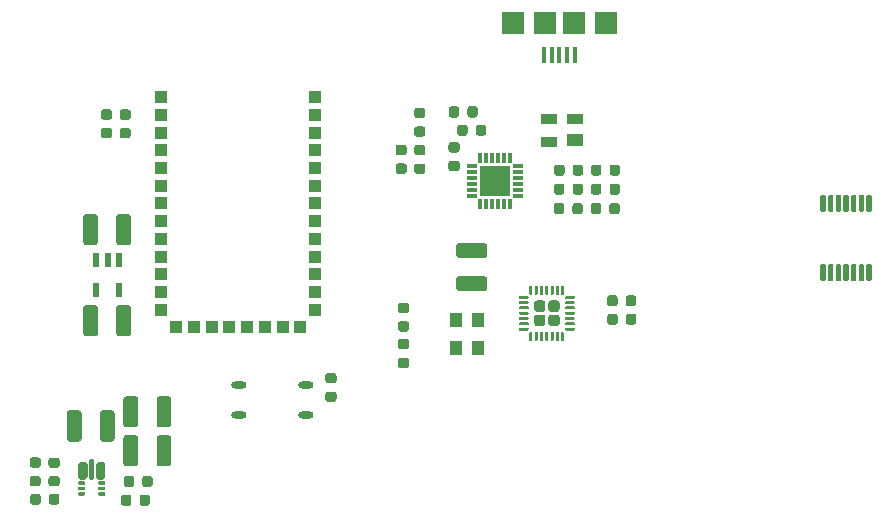
<source format=gbr>
%TF.GenerationSoftware,KiCad,Pcbnew,(5.1.6)-1*%
%TF.CreationDate,2021-08-26T22:57:43+02:00*%
%TF.ProjectId,Car LEDs,43617220-4c45-4447-932e-6b696361645f,rev?*%
%TF.SameCoordinates,Original*%
%TF.FileFunction,Paste,Top*%
%TF.FilePolarity,Positive*%
%FSLAX46Y46*%
G04 Gerber Fmt 4.6, Leading zero omitted, Abs format (unit mm)*
G04 Created by KiCad (PCBNEW (5.1.6)-1) date 2021-08-26 22:57:43*
%MOMM*%
%LPD*%
G01*
G04 APERTURE LIST*
%ADD10C,0.100000*%
%ADD11R,1.100000X1.300000*%
%ADD12O,1.300000X0.600000*%
%ADD13R,1.900000X1.900000*%
%ADD14R,0.400000X1.350000*%
%ADD15R,0.600000X1.150000*%
%ADD16R,1.000000X1.000000*%
%ADD17R,2.550000X2.550000*%
%ADD18R,0.850000X0.300000*%
%ADD19R,0.300000X0.850000*%
%ADD20R,1.400000X0.900000*%
%ADD21R,1.400000X1.100000*%
G04 APERTURE END LIST*
%TO.C,U1*%
G36*
G01*
X139675000Y-70002500D02*
X139675000Y-69517500D01*
G75*
G02*
X139917500Y-69275000I242500J0D01*
G01*
X140402500Y-69275000D01*
G75*
G02*
X140645000Y-69517500I0J-242500D01*
G01*
X140645000Y-70002500D01*
G75*
G02*
X140402500Y-70245000I-242500J0D01*
G01*
X139917500Y-70245000D01*
G75*
G02*
X139675000Y-70002500I0J242500D01*
G01*
G37*
G36*
G01*
X139675000Y-68802500D02*
X139675000Y-68317500D01*
G75*
G02*
X139917500Y-68075000I242500J0D01*
G01*
X140402500Y-68075000D01*
G75*
G02*
X140645000Y-68317500I0J-242500D01*
G01*
X140645000Y-68802500D01*
G75*
G02*
X140402500Y-69045000I-242500J0D01*
G01*
X139917500Y-69045000D01*
G75*
G02*
X139675000Y-68802500I0J242500D01*
G01*
G37*
G36*
G01*
X138475000Y-70002500D02*
X138475000Y-69517500D01*
G75*
G02*
X138717500Y-69275000I242500J0D01*
G01*
X139202500Y-69275000D01*
G75*
G02*
X139445000Y-69517500I0J-242500D01*
G01*
X139445000Y-70002500D01*
G75*
G02*
X139202500Y-70245000I-242500J0D01*
G01*
X138717500Y-70245000D01*
G75*
G02*
X138475000Y-70002500I0J242500D01*
G01*
G37*
G36*
G01*
X138475000Y-68802500D02*
X138475000Y-68317500D01*
G75*
G02*
X138717500Y-68075000I242500J0D01*
G01*
X139202500Y-68075000D01*
G75*
G02*
X139445000Y-68317500I0J-242500D01*
G01*
X139445000Y-68802500D01*
G75*
G02*
X139202500Y-69045000I-242500J0D01*
G01*
X138717500Y-69045000D01*
G75*
G02*
X138475000Y-68802500I0J242500D01*
G01*
G37*
D10*
G36*
X138284693Y-66811201D02*
G01*
X138296418Y-66814758D01*
X138307223Y-66820533D01*
X138316694Y-66828306D01*
X138324467Y-66837777D01*
X138330242Y-66848582D01*
X138333799Y-66860307D01*
X138335000Y-66872500D01*
X138335000Y-67547500D01*
X138333799Y-67559693D01*
X138330242Y-67571418D01*
X138324467Y-67582223D01*
X138316694Y-67591694D01*
X138307223Y-67599467D01*
X138296418Y-67605242D01*
X138284693Y-67608799D01*
X138272500Y-67610000D01*
X138210888Y-67610000D01*
X138198695Y-67608799D01*
X138186970Y-67605242D01*
X138176165Y-67599467D01*
X138166694Y-67591694D01*
X138103306Y-67528306D01*
X138095533Y-67518835D01*
X138089758Y-67508030D01*
X138086201Y-67496305D01*
X138085000Y-67484112D01*
X138085000Y-66872500D01*
X138086201Y-66860307D01*
X138089758Y-66848582D01*
X138095533Y-66837777D01*
X138103306Y-66828306D01*
X138112777Y-66820533D01*
X138123582Y-66814758D01*
X138135307Y-66811201D01*
X138147500Y-66810000D01*
X138272500Y-66810000D01*
X138284693Y-66811201D01*
G37*
G36*
G01*
X138535000Y-67547500D02*
X138535000Y-66872500D01*
G75*
G02*
X138597500Y-66810000I62500J0D01*
G01*
X138722500Y-66810000D01*
G75*
G02*
X138785000Y-66872500I0J-62500D01*
G01*
X138785000Y-67547500D01*
G75*
G02*
X138722500Y-67610000I-62500J0D01*
G01*
X138597500Y-67610000D01*
G75*
G02*
X138535000Y-67547500I0J62500D01*
G01*
G37*
G36*
G01*
X138985000Y-67547500D02*
X138985000Y-66872500D01*
G75*
G02*
X139047500Y-66810000I62500J0D01*
G01*
X139172500Y-66810000D01*
G75*
G02*
X139235000Y-66872500I0J-62500D01*
G01*
X139235000Y-67547500D01*
G75*
G02*
X139172500Y-67610000I-62500J0D01*
G01*
X139047500Y-67610000D01*
G75*
G02*
X138985000Y-67547500I0J62500D01*
G01*
G37*
G36*
G01*
X139435000Y-67547500D02*
X139435000Y-66872500D01*
G75*
G02*
X139497500Y-66810000I62500J0D01*
G01*
X139622500Y-66810000D01*
G75*
G02*
X139685000Y-66872500I0J-62500D01*
G01*
X139685000Y-67547500D01*
G75*
G02*
X139622500Y-67610000I-62500J0D01*
G01*
X139497500Y-67610000D01*
G75*
G02*
X139435000Y-67547500I0J62500D01*
G01*
G37*
G36*
G01*
X139885000Y-67547500D02*
X139885000Y-66872500D01*
G75*
G02*
X139947500Y-66810000I62500J0D01*
G01*
X140072500Y-66810000D01*
G75*
G02*
X140135000Y-66872500I0J-62500D01*
G01*
X140135000Y-67547500D01*
G75*
G02*
X140072500Y-67610000I-62500J0D01*
G01*
X139947500Y-67610000D01*
G75*
G02*
X139885000Y-67547500I0J62500D01*
G01*
G37*
G36*
G01*
X140335000Y-67547500D02*
X140335000Y-66872500D01*
G75*
G02*
X140397500Y-66810000I62500J0D01*
G01*
X140522500Y-66810000D01*
G75*
G02*
X140585000Y-66872500I0J-62500D01*
G01*
X140585000Y-67547500D01*
G75*
G02*
X140522500Y-67610000I-62500J0D01*
G01*
X140397500Y-67610000D01*
G75*
G02*
X140335000Y-67547500I0J62500D01*
G01*
G37*
G36*
X140984693Y-66811201D02*
G01*
X140996418Y-66814758D01*
X141007223Y-66820533D01*
X141016694Y-66828306D01*
X141024467Y-66837777D01*
X141030242Y-66848582D01*
X141033799Y-66860307D01*
X141035000Y-66872500D01*
X141035000Y-67484112D01*
X141033799Y-67496305D01*
X141030242Y-67508030D01*
X141024467Y-67518835D01*
X141016694Y-67528306D01*
X140953306Y-67591694D01*
X140943835Y-67599467D01*
X140933030Y-67605242D01*
X140921305Y-67608799D01*
X140909112Y-67610000D01*
X140847500Y-67610000D01*
X140835307Y-67608799D01*
X140823582Y-67605242D01*
X140812777Y-67599467D01*
X140803306Y-67591694D01*
X140795533Y-67582223D01*
X140789758Y-67571418D01*
X140786201Y-67559693D01*
X140785000Y-67547500D01*
X140785000Y-66872500D01*
X140786201Y-66860307D01*
X140789758Y-66848582D01*
X140795533Y-66837777D01*
X140803306Y-66828306D01*
X140812777Y-66820533D01*
X140823582Y-66814758D01*
X140835307Y-66811201D01*
X140847500Y-66810000D01*
X140972500Y-66810000D01*
X140984693Y-66811201D01*
G37*
G36*
X141859693Y-67686201D02*
G01*
X141871418Y-67689758D01*
X141882223Y-67695533D01*
X141891694Y-67703306D01*
X141899467Y-67712777D01*
X141905242Y-67723582D01*
X141908799Y-67735307D01*
X141910000Y-67747500D01*
X141910000Y-67872500D01*
X141908799Y-67884693D01*
X141905242Y-67896418D01*
X141899467Y-67907223D01*
X141891694Y-67916694D01*
X141882223Y-67924467D01*
X141871418Y-67930242D01*
X141859693Y-67933799D01*
X141847500Y-67935000D01*
X141172500Y-67935000D01*
X141160307Y-67933799D01*
X141148582Y-67930242D01*
X141137777Y-67924467D01*
X141128306Y-67916694D01*
X141120533Y-67907223D01*
X141114758Y-67896418D01*
X141111201Y-67884693D01*
X141110000Y-67872500D01*
X141110000Y-67810888D01*
X141111201Y-67798695D01*
X141114758Y-67786970D01*
X141120533Y-67776165D01*
X141128306Y-67766694D01*
X141191694Y-67703306D01*
X141201165Y-67695533D01*
X141211970Y-67689758D01*
X141223695Y-67686201D01*
X141235888Y-67685000D01*
X141847500Y-67685000D01*
X141859693Y-67686201D01*
G37*
G36*
G01*
X141110000Y-68322500D02*
X141110000Y-68197500D01*
G75*
G02*
X141172500Y-68135000I62500J0D01*
G01*
X141847500Y-68135000D01*
G75*
G02*
X141910000Y-68197500I0J-62500D01*
G01*
X141910000Y-68322500D01*
G75*
G02*
X141847500Y-68385000I-62500J0D01*
G01*
X141172500Y-68385000D01*
G75*
G02*
X141110000Y-68322500I0J62500D01*
G01*
G37*
G36*
G01*
X141110000Y-68772500D02*
X141110000Y-68647500D01*
G75*
G02*
X141172500Y-68585000I62500J0D01*
G01*
X141847500Y-68585000D01*
G75*
G02*
X141910000Y-68647500I0J-62500D01*
G01*
X141910000Y-68772500D01*
G75*
G02*
X141847500Y-68835000I-62500J0D01*
G01*
X141172500Y-68835000D01*
G75*
G02*
X141110000Y-68772500I0J62500D01*
G01*
G37*
G36*
G01*
X141110000Y-69222500D02*
X141110000Y-69097500D01*
G75*
G02*
X141172500Y-69035000I62500J0D01*
G01*
X141847500Y-69035000D01*
G75*
G02*
X141910000Y-69097500I0J-62500D01*
G01*
X141910000Y-69222500D01*
G75*
G02*
X141847500Y-69285000I-62500J0D01*
G01*
X141172500Y-69285000D01*
G75*
G02*
X141110000Y-69222500I0J62500D01*
G01*
G37*
G36*
G01*
X141110000Y-69672500D02*
X141110000Y-69547500D01*
G75*
G02*
X141172500Y-69485000I62500J0D01*
G01*
X141847500Y-69485000D01*
G75*
G02*
X141910000Y-69547500I0J-62500D01*
G01*
X141910000Y-69672500D01*
G75*
G02*
X141847500Y-69735000I-62500J0D01*
G01*
X141172500Y-69735000D01*
G75*
G02*
X141110000Y-69672500I0J62500D01*
G01*
G37*
G36*
G01*
X141110000Y-70122500D02*
X141110000Y-69997500D01*
G75*
G02*
X141172500Y-69935000I62500J0D01*
G01*
X141847500Y-69935000D01*
G75*
G02*
X141910000Y-69997500I0J-62500D01*
G01*
X141910000Y-70122500D01*
G75*
G02*
X141847500Y-70185000I-62500J0D01*
G01*
X141172500Y-70185000D01*
G75*
G02*
X141110000Y-70122500I0J62500D01*
G01*
G37*
G36*
X141859693Y-70386201D02*
G01*
X141871418Y-70389758D01*
X141882223Y-70395533D01*
X141891694Y-70403306D01*
X141899467Y-70412777D01*
X141905242Y-70423582D01*
X141908799Y-70435307D01*
X141910000Y-70447500D01*
X141910000Y-70572500D01*
X141908799Y-70584693D01*
X141905242Y-70596418D01*
X141899467Y-70607223D01*
X141891694Y-70616694D01*
X141882223Y-70624467D01*
X141871418Y-70630242D01*
X141859693Y-70633799D01*
X141847500Y-70635000D01*
X141235888Y-70635000D01*
X141223695Y-70633799D01*
X141211970Y-70630242D01*
X141201165Y-70624467D01*
X141191694Y-70616694D01*
X141128306Y-70553306D01*
X141120533Y-70543835D01*
X141114758Y-70533030D01*
X141111201Y-70521305D01*
X141110000Y-70509112D01*
X141110000Y-70447500D01*
X141111201Y-70435307D01*
X141114758Y-70423582D01*
X141120533Y-70412777D01*
X141128306Y-70403306D01*
X141137777Y-70395533D01*
X141148582Y-70389758D01*
X141160307Y-70386201D01*
X141172500Y-70385000D01*
X141847500Y-70385000D01*
X141859693Y-70386201D01*
G37*
G36*
X140921305Y-70711201D02*
G01*
X140933030Y-70714758D01*
X140943835Y-70720533D01*
X140953306Y-70728306D01*
X141016694Y-70791694D01*
X141024467Y-70801165D01*
X141030242Y-70811970D01*
X141033799Y-70823695D01*
X141035000Y-70835888D01*
X141035000Y-71447500D01*
X141033799Y-71459693D01*
X141030242Y-71471418D01*
X141024467Y-71482223D01*
X141016694Y-71491694D01*
X141007223Y-71499467D01*
X140996418Y-71505242D01*
X140984693Y-71508799D01*
X140972500Y-71510000D01*
X140847500Y-71510000D01*
X140835307Y-71508799D01*
X140823582Y-71505242D01*
X140812777Y-71499467D01*
X140803306Y-71491694D01*
X140795533Y-71482223D01*
X140789758Y-71471418D01*
X140786201Y-71459693D01*
X140785000Y-71447500D01*
X140785000Y-70772500D01*
X140786201Y-70760307D01*
X140789758Y-70748582D01*
X140795533Y-70737777D01*
X140803306Y-70728306D01*
X140812777Y-70720533D01*
X140823582Y-70714758D01*
X140835307Y-70711201D01*
X140847500Y-70710000D01*
X140909112Y-70710000D01*
X140921305Y-70711201D01*
G37*
G36*
G01*
X140335000Y-71447500D02*
X140335000Y-70772500D01*
G75*
G02*
X140397500Y-70710000I62500J0D01*
G01*
X140522500Y-70710000D01*
G75*
G02*
X140585000Y-70772500I0J-62500D01*
G01*
X140585000Y-71447500D01*
G75*
G02*
X140522500Y-71510000I-62500J0D01*
G01*
X140397500Y-71510000D01*
G75*
G02*
X140335000Y-71447500I0J62500D01*
G01*
G37*
G36*
G01*
X139885000Y-71447500D02*
X139885000Y-70772500D01*
G75*
G02*
X139947500Y-70710000I62500J0D01*
G01*
X140072500Y-70710000D01*
G75*
G02*
X140135000Y-70772500I0J-62500D01*
G01*
X140135000Y-71447500D01*
G75*
G02*
X140072500Y-71510000I-62500J0D01*
G01*
X139947500Y-71510000D01*
G75*
G02*
X139885000Y-71447500I0J62500D01*
G01*
G37*
G36*
G01*
X139435000Y-71447500D02*
X139435000Y-70772500D01*
G75*
G02*
X139497500Y-70710000I62500J0D01*
G01*
X139622500Y-70710000D01*
G75*
G02*
X139685000Y-70772500I0J-62500D01*
G01*
X139685000Y-71447500D01*
G75*
G02*
X139622500Y-71510000I-62500J0D01*
G01*
X139497500Y-71510000D01*
G75*
G02*
X139435000Y-71447500I0J62500D01*
G01*
G37*
G36*
G01*
X138985000Y-71447500D02*
X138985000Y-70772500D01*
G75*
G02*
X139047500Y-70710000I62500J0D01*
G01*
X139172500Y-70710000D01*
G75*
G02*
X139235000Y-70772500I0J-62500D01*
G01*
X139235000Y-71447500D01*
G75*
G02*
X139172500Y-71510000I-62500J0D01*
G01*
X139047500Y-71510000D01*
G75*
G02*
X138985000Y-71447500I0J62500D01*
G01*
G37*
G36*
G01*
X138535000Y-71447500D02*
X138535000Y-70772500D01*
G75*
G02*
X138597500Y-70710000I62500J0D01*
G01*
X138722500Y-70710000D01*
G75*
G02*
X138785000Y-70772500I0J-62500D01*
G01*
X138785000Y-71447500D01*
G75*
G02*
X138722500Y-71510000I-62500J0D01*
G01*
X138597500Y-71510000D01*
G75*
G02*
X138535000Y-71447500I0J62500D01*
G01*
G37*
G36*
X138284693Y-70711201D02*
G01*
X138296418Y-70714758D01*
X138307223Y-70720533D01*
X138316694Y-70728306D01*
X138324467Y-70737777D01*
X138330242Y-70748582D01*
X138333799Y-70760307D01*
X138335000Y-70772500D01*
X138335000Y-71447500D01*
X138333799Y-71459693D01*
X138330242Y-71471418D01*
X138324467Y-71482223D01*
X138316694Y-71491694D01*
X138307223Y-71499467D01*
X138296418Y-71505242D01*
X138284693Y-71508799D01*
X138272500Y-71510000D01*
X138147500Y-71510000D01*
X138135307Y-71508799D01*
X138123582Y-71505242D01*
X138112777Y-71499467D01*
X138103306Y-71491694D01*
X138095533Y-71482223D01*
X138089758Y-71471418D01*
X138086201Y-71459693D01*
X138085000Y-71447500D01*
X138085000Y-70835888D01*
X138086201Y-70823695D01*
X138089758Y-70811970D01*
X138095533Y-70801165D01*
X138103306Y-70791694D01*
X138166694Y-70728306D01*
X138176165Y-70720533D01*
X138186970Y-70714758D01*
X138198695Y-70711201D01*
X138210888Y-70710000D01*
X138272500Y-70710000D01*
X138284693Y-70711201D01*
G37*
G36*
X137959693Y-70386201D02*
G01*
X137971418Y-70389758D01*
X137982223Y-70395533D01*
X137991694Y-70403306D01*
X137999467Y-70412777D01*
X138005242Y-70423582D01*
X138008799Y-70435307D01*
X138010000Y-70447500D01*
X138010000Y-70509112D01*
X138008799Y-70521305D01*
X138005242Y-70533030D01*
X137999467Y-70543835D01*
X137991694Y-70553306D01*
X137928306Y-70616694D01*
X137918835Y-70624467D01*
X137908030Y-70630242D01*
X137896305Y-70633799D01*
X137884112Y-70635000D01*
X137272500Y-70635000D01*
X137260307Y-70633799D01*
X137248582Y-70630242D01*
X137237777Y-70624467D01*
X137228306Y-70616694D01*
X137220533Y-70607223D01*
X137214758Y-70596418D01*
X137211201Y-70584693D01*
X137210000Y-70572500D01*
X137210000Y-70447500D01*
X137211201Y-70435307D01*
X137214758Y-70423582D01*
X137220533Y-70412777D01*
X137228306Y-70403306D01*
X137237777Y-70395533D01*
X137248582Y-70389758D01*
X137260307Y-70386201D01*
X137272500Y-70385000D01*
X137947500Y-70385000D01*
X137959693Y-70386201D01*
G37*
G36*
G01*
X137210000Y-70122500D02*
X137210000Y-69997500D01*
G75*
G02*
X137272500Y-69935000I62500J0D01*
G01*
X137947500Y-69935000D01*
G75*
G02*
X138010000Y-69997500I0J-62500D01*
G01*
X138010000Y-70122500D01*
G75*
G02*
X137947500Y-70185000I-62500J0D01*
G01*
X137272500Y-70185000D01*
G75*
G02*
X137210000Y-70122500I0J62500D01*
G01*
G37*
G36*
G01*
X137210000Y-69672500D02*
X137210000Y-69547500D01*
G75*
G02*
X137272500Y-69485000I62500J0D01*
G01*
X137947500Y-69485000D01*
G75*
G02*
X138010000Y-69547500I0J-62500D01*
G01*
X138010000Y-69672500D01*
G75*
G02*
X137947500Y-69735000I-62500J0D01*
G01*
X137272500Y-69735000D01*
G75*
G02*
X137210000Y-69672500I0J62500D01*
G01*
G37*
G36*
G01*
X137210000Y-69222500D02*
X137210000Y-69097500D01*
G75*
G02*
X137272500Y-69035000I62500J0D01*
G01*
X137947500Y-69035000D01*
G75*
G02*
X138010000Y-69097500I0J-62500D01*
G01*
X138010000Y-69222500D01*
G75*
G02*
X137947500Y-69285000I-62500J0D01*
G01*
X137272500Y-69285000D01*
G75*
G02*
X137210000Y-69222500I0J62500D01*
G01*
G37*
G36*
G01*
X137210000Y-68772500D02*
X137210000Y-68647500D01*
G75*
G02*
X137272500Y-68585000I62500J0D01*
G01*
X137947500Y-68585000D01*
G75*
G02*
X138010000Y-68647500I0J-62500D01*
G01*
X138010000Y-68772500D01*
G75*
G02*
X137947500Y-68835000I-62500J0D01*
G01*
X137272500Y-68835000D01*
G75*
G02*
X137210000Y-68772500I0J62500D01*
G01*
G37*
G36*
G01*
X137210000Y-68322500D02*
X137210000Y-68197500D01*
G75*
G02*
X137272500Y-68135000I62500J0D01*
G01*
X137947500Y-68135000D01*
G75*
G02*
X138010000Y-68197500I0J-62500D01*
G01*
X138010000Y-68322500D01*
G75*
G02*
X137947500Y-68385000I-62500J0D01*
G01*
X137272500Y-68385000D01*
G75*
G02*
X137210000Y-68322500I0J62500D01*
G01*
G37*
G36*
X137896305Y-67686201D02*
G01*
X137908030Y-67689758D01*
X137918835Y-67695533D01*
X137928306Y-67703306D01*
X137991694Y-67766694D01*
X137999467Y-67776165D01*
X138005242Y-67786970D01*
X138008799Y-67798695D01*
X138010000Y-67810888D01*
X138010000Y-67872500D01*
X138008799Y-67884693D01*
X138005242Y-67896418D01*
X137999467Y-67907223D01*
X137991694Y-67916694D01*
X137982223Y-67924467D01*
X137971418Y-67930242D01*
X137959693Y-67933799D01*
X137947500Y-67935000D01*
X137272500Y-67935000D01*
X137260307Y-67933799D01*
X137248582Y-67930242D01*
X137237777Y-67924467D01*
X137228306Y-67916694D01*
X137220533Y-67907223D01*
X137214758Y-67896418D01*
X137211201Y-67884693D01*
X137210000Y-67872500D01*
X137210000Y-67747500D01*
X137211201Y-67735307D01*
X137214758Y-67723582D01*
X137220533Y-67712777D01*
X137228306Y-67703306D01*
X137237777Y-67695533D01*
X137248582Y-67689758D01*
X137260307Y-67686201D01*
X137272500Y-67685000D01*
X137884112Y-67685000D01*
X137896305Y-67686201D01*
G37*
%TD*%
%TO.C,IC4*%
G36*
G01*
X100830000Y-83145000D02*
X100830000Y-81615000D01*
G75*
G02*
X100930000Y-81515000I100000J0D01*
G01*
X101130000Y-81515000D01*
G75*
G02*
X101230000Y-81615000I0J-100000D01*
G01*
X101230000Y-83145000D01*
G75*
G02*
X101130000Y-83245000I-100000J0D01*
G01*
X100930000Y-83245000D01*
G75*
G02*
X100830000Y-83145000I0J100000D01*
G01*
G37*
G36*
G01*
X101380000Y-83045000D02*
X101380000Y-81945000D01*
G75*
G02*
X101580000Y-81745000I200000J0D01*
G01*
X101980000Y-81745000D01*
G75*
G02*
X102180000Y-81945000I0J-200000D01*
G01*
X102180000Y-83045000D01*
G75*
G02*
X101980000Y-83245000I-200000J0D01*
G01*
X101580000Y-83245000D01*
G75*
G02*
X101380000Y-83045000I0J200000D01*
G01*
G37*
G36*
G01*
X102105000Y-83695000D02*
X101655000Y-83695000D01*
G75*
G02*
X101580000Y-83620000I0J75000D01*
G01*
X101580000Y-83470000D01*
G75*
G02*
X101655000Y-83395000I75000J0D01*
G01*
X102105000Y-83395000D01*
G75*
G02*
X102180000Y-83470000I0J-75000D01*
G01*
X102180000Y-83620000D01*
G75*
G02*
X102105000Y-83695000I-75000J0D01*
G01*
G37*
G36*
G01*
X102105000Y-84145000D02*
X101655000Y-84145000D01*
G75*
G02*
X101580000Y-84070000I0J75000D01*
G01*
X101580000Y-83920000D01*
G75*
G02*
X101655000Y-83845000I75000J0D01*
G01*
X102105000Y-83845000D01*
G75*
G02*
X102180000Y-83920000I0J-75000D01*
G01*
X102180000Y-84070000D01*
G75*
G02*
X102105000Y-84145000I-75000J0D01*
G01*
G37*
G36*
G01*
X102105000Y-84595000D02*
X101655000Y-84595000D01*
G75*
G02*
X101580000Y-84520000I0J75000D01*
G01*
X101580000Y-84370000D01*
G75*
G02*
X101655000Y-84295000I75000J0D01*
G01*
X102105000Y-84295000D01*
G75*
G02*
X102180000Y-84370000I0J-75000D01*
G01*
X102180000Y-84520000D01*
G75*
G02*
X102105000Y-84595000I-75000J0D01*
G01*
G37*
G36*
G01*
X100405000Y-84595000D02*
X99955000Y-84595000D01*
G75*
G02*
X99880000Y-84520000I0J75000D01*
G01*
X99880000Y-84370000D01*
G75*
G02*
X99955000Y-84295000I75000J0D01*
G01*
X100405000Y-84295000D01*
G75*
G02*
X100480000Y-84370000I0J-75000D01*
G01*
X100480000Y-84520000D01*
G75*
G02*
X100405000Y-84595000I-75000J0D01*
G01*
G37*
G36*
G01*
X100405000Y-84145000D02*
X99955000Y-84145000D01*
G75*
G02*
X99880000Y-84070000I0J75000D01*
G01*
X99880000Y-83920000D01*
G75*
G02*
X99955000Y-83845000I75000J0D01*
G01*
X100405000Y-83845000D01*
G75*
G02*
X100480000Y-83920000I0J-75000D01*
G01*
X100480000Y-84070000D01*
G75*
G02*
X100405000Y-84145000I-75000J0D01*
G01*
G37*
G36*
G01*
X100405000Y-83695000D02*
X99955000Y-83695000D01*
G75*
G02*
X99880000Y-83620000I0J75000D01*
G01*
X99880000Y-83470000D01*
G75*
G02*
X99955000Y-83395000I75000J0D01*
G01*
X100405000Y-83395000D01*
G75*
G02*
X100480000Y-83470000I0J-75000D01*
G01*
X100480000Y-83620000D01*
G75*
G02*
X100405000Y-83695000I-75000J0D01*
G01*
G37*
G36*
G01*
X99880000Y-83045000D02*
X99880000Y-81945000D01*
G75*
G02*
X100080000Y-81745000I200000J0D01*
G01*
X100480000Y-81745000D01*
G75*
G02*
X100680000Y-81945000I0J-200000D01*
G01*
X100680000Y-83045000D01*
G75*
G02*
X100480000Y-83245000I-200000J0D01*
G01*
X100080000Y-83245000D01*
G75*
G02*
X99880000Y-83045000I0J200000D01*
G01*
G37*
%TD*%
%TO.C,IC2*%
G36*
G01*
X163175000Y-59227000D02*
X163175000Y-60477000D01*
G75*
G02*
X163062500Y-60589500I-112500J0D01*
G01*
X162837500Y-60589500D01*
G75*
G02*
X162725000Y-60477000I0J112500D01*
G01*
X162725000Y-59227000D01*
G75*
G02*
X162837500Y-59114500I112500J0D01*
G01*
X163062500Y-59114500D01*
G75*
G02*
X163175000Y-59227000I0J-112500D01*
G01*
G37*
G36*
G01*
X163825000Y-59227000D02*
X163825000Y-60477000D01*
G75*
G02*
X163712500Y-60589500I-112500J0D01*
G01*
X163487500Y-60589500D01*
G75*
G02*
X163375000Y-60477000I0J112500D01*
G01*
X163375000Y-59227000D01*
G75*
G02*
X163487500Y-59114500I112500J0D01*
G01*
X163712500Y-59114500D01*
G75*
G02*
X163825000Y-59227000I0J-112500D01*
G01*
G37*
G36*
G01*
X164475000Y-59227000D02*
X164475000Y-60477000D01*
G75*
G02*
X164362500Y-60589500I-112500J0D01*
G01*
X164137500Y-60589500D01*
G75*
G02*
X164025000Y-60477000I0J112500D01*
G01*
X164025000Y-59227000D01*
G75*
G02*
X164137500Y-59114500I112500J0D01*
G01*
X164362500Y-59114500D01*
G75*
G02*
X164475000Y-59227000I0J-112500D01*
G01*
G37*
G36*
G01*
X165125000Y-59227000D02*
X165125000Y-60477000D01*
G75*
G02*
X165012500Y-60589500I-112500J0D01*
G01*
X164787500Y-60589500D01*
G75*
G02*
X164675000Y-60477000I0J112500D01*
G01*
X164675000Y-59227000D01*
G75*
G02*
X164787500Y-59114500I112500J0D01*
G01*
X165012500Y-59114500D01*
G75*
G02*
X165125000Y-59227000I0J-112500D01*
G01*
G37*
G36*
G01*
X165775000Y-59227000D02*
X165775000Y-60477000D01*
G75*
G02*
X165662500Y-60589500I-112500J0D01*
G01*
X165437500Y-60589500D01*
G75*
G02*
X165325000Y-60477000I0J112500D01*
G01*
X165325000Y-59227000D01*
G75*
G02*
X165437500Y-59114500I112500J0D01*
G01*
X165662500Y-59114500D01*
G75*
G02*
X165775000Y-59227000I0J-112500D01*
G01*
G37*
G36*
G01*
X166425000Y-59227000D02*
X166425000Y-60477000D01*
G75*
G02*
X166312500Y-60589500I-112500J0D01*
G01*
X166087500Y-60589500D01*
G75*
G02*
X165975000Y-60477000I0J112500D01*
G01*
X165975000Y-59227000D01*
G75*
G02*
X166087500Y-59114500I112500J0D01*
G01*
X166312500Y-59114500D01*
G75*
G02*
X166425000Y-59227000I0J-112500D01*
G01*
G37*
G36*
G01*
X167075000Y-59227000D02*
X167075000Y-60477000D01*
G75*
G02*
X166962500Y-60589500I-112500J0D01*
G01*
X166737500Y-60589500D01*
G75*
G02*
X166625000Y-60477000I0J112500D01*
G01*
X166625000Y-59227000D01*
G75*
G02*
X166737500Y-59114500I112500J0D01*
G01*
X166962500Y-59114500D01*
G75*
G02*
X167075000Y-59227000I0J-112500D01*
G01*
G37*
G36*
G01*
X167075000Y-65103000D02*
X167075000Y-66353000D01*
G75*
G02*
X166962500Y-66465500I-112500J0D01*
G01*
X166737500Y-66465500D01*
G75*
G02*
X166625000Y-66353000I0J112500D01*
G01*
X166625000Y-65103000D01*
G75*
G02*
X166737500Y-64990500I112500J0D01*
G01*
X166962500Y-64990500D01*
G75*
G02*
X167075000Y-65103000I0J-112500D01*
G01*
G37*
G36*
G01*
X166425000Y-65103000D02*
X166425000Y-66353000D01*
G75*
G02*
X166312500Y-66465500I-112500J0D01*
G01*
X166087500Y-66465500D01*
G75*
G02*
X165975000Y-66353000I0J112500D01*
G01*
X165975000Y-65103000D01*
G75*
G02*
X166087500Y-64990500I112500J0D01*
G01*
X166312500Y-64990500D01*
G75*
G02*
X166425000Y-65103000I0J-112500D01*
G01*
G37*
G36*
G01*
X165775000Y-65103000D02*
X165775000Y-66353000D01*
G75*
G02*
X165662500Y-66465500I-112500J0D01*
G01*
X165437500Y-66465500D01*
G75*
G02*
X165325000Y-66353000I0J112500D01*
G01*
X165325000Y-65103000D01*
G75*
G02*
X165437500Y-64990500I112500J0D01*
G01*
X165662500Y-64990500D01*
G75*
G02*
X165775000Y-65103000I0J-112500D01*
G01*
G37*
G36*
G01*
X165125000Y-65103000D02*
X165125000Y-66353000D01*
G75*
G02*
X165012500Y-66465500I-112500J0D01*
G01*
X164787500Y-66465500D01*
G75*
G02*
X164675000Y-66353000I0J112500D01*
G01*
X164675000Y-65103000D01*
G75*
G02*
X164787500Y-64990500I112500J0D01*
G01*
X165012500Y-64990500D01*
G75*
G02*
X165125000Y-65103000I0J-112500D01*
G01*
G37*
G36*
G01*
X164475000Y-65103000D02*
X164475000Y-66353000D01*
G75*
G02*
X164362500Y-66465500I-112500J0D01*
G01*
X164137500Y-66465500D01*
G75*
G02*
X164025000Y-66353000I0J112500D01*
G01*
X164025000Y-65103000D01*
G75*
G02*
X164137500Y-64990500I112500J0D01*
G01*
X164362500Y-64990500D01*
G75*
G02*
X164475000Y-65103000I0J-112500D01*
G01*
G37*
G36*
G01*
X163825000Y-65103000D02*
X163825000Y-66353000D01*
G75*
G02*
X163712500Y-66465500I-112500J0D01*
G01*
X163487500Y-66465500D01*
G75*
G02*
X163375000Y-66353000I0J112500D01*
G01*
X163375000Y-65103000D01*
G75*
G02*
X163487500Y-64990500I112500J0D01*
G01*
X163712500Y-64990500D01*
G75*
G02*
X163825000Y-65103000I0J-112500D01*
G01*
G37*
G36*
G01*
X163175000Y-65103000D02*
X163175000Y-66353000D01*
G75*
G02*
X163062500Y-66465500I-112500J0D01*
G01*
X162837500Y-66465500D01*
G75*
G02*
X162725000Y-66353000I0J112500D01*
G01*
X162725000Y-65103000D01*
G75*
G02*
X162837500Y-64990500I112500J0D01*
G01*
X163062500Y-64990500D01*
G75*
G02*
X163175000Y-65103000I0J-112500D01*
G01*
G37*
%TD*%
D11*
%TO.C,Y1*%
X133755000Y-69770000D03*
X133755000Y-72070000D03*
X131855000Y-72070000D03*
X131855000Y-69770000D03*
%TD*%
%TO.C,R12*%
G36*
G01*
X97402500Y-85156250D02*
X97402500Y-84643750D01*
G75*
G02*
X97621250Y-84425000I218750J0D01*
G01*
X98058750Y-84425000D01*
G75*
G02*
X98277500Y-84643750I0J-218750D01*
G01*
X98277500Y-85156250D01*
G75*
G02*
X98058750Y-85375000I-218750J0D01*
G01*
X97621250Y-85375000D01*
G75*
G02*
X97402500Y-85156250I0J218750D01*
G01*
G37*
G36*
G01*
X95827500Y-85156250D02*
X95827500Y-84643750D01*
G75*
G02*
X96046250Y-84425000I218750J0D01*
G01*
X96483750Y-84425000D01*
G75*
G02*
X96702500Y-84643750I0J-218750D01*
G01*
X96702500Y-85156250D01*
G75*
G02*
X96483750Y-85375000I-218750J0D01*
G01*
X96046250Y-85375000D01*
G75*
G02*
X95827500Y-85156250I0J218750D01*
G01*
G37*
%TD*%
%TO.C,R11*%
G36*
G01*
X97583750Y-82950000D02*
X98096250Y-82950000D01*
G75*
G02*
X98315000Y-83168750I0J-218750D01*
G01*
X98315000Y-83606250D01*
G75*
G02*
X98096250Y-83825000I-218750J0D01*
G01*
X97583750Y-83825000D01*
G75*
G02*
X97365000Y-83606250I0J218750D01*
G01*
X97365000Y-83168750D01*
G75*
G02*
X97583750Y-82950000I218750J0D01*
G01*
G37*
G36*
G01*
X97583750Y-81375000D02*
X98096250Y-81375000D01*
G75*
G02*
X98315000Y-81593750I0J-218750D01*
G01*
X98315000Y-82031250D01*
G75*
G02*
X98096250Y-82250000I-218750J0D01*
G01*
X97583750Y-82250000D01*
G75*
G02*
X97365000Y-82031250I0J218750D01*
G01*
X97365000Y-81593750D01*
G75*
G02*
X97583750Y-81375000I218750J0D01*
G01*
G37*
%TD*%
%TO.C,R10*%
G36*
G01*
X128549750Y-53339500D02*
X129062250Y-53339500D01*
G75*
G02*
X129281000Y-53558250I0J-218750D01*
G01*
X129281000Y-53995750D01*
G75*
G02*
X129062250Y-54214500I-218750J0D01*
G01*
X128549750Y-54214500D01*
G75*
G02*
X128331000Y-53995750I0J218750D01*
G01*
X128331000Y-53558250D01*
G75*
G02*
X128549750Y-53339500I218750J0D01*
G01*
G37*
G36*
G01*
X128549750Y-51764500D02*
X129062250Y-51764500D01*
G75*
G02*
X129281000Y-51983250I0J-218750D01*
G01*
X129281000Y-52420750D01*
G75*
G02*
X129062250Y-52639500I-218750J0D01*
G01*
X128549750Y-52639500D01*
G75*
G02*
X128331000Y-52420750I0J218750D01*
G01*
X128331000Y-51983250D01*
G75*
G02*
X128549750Y-51764500I218750J0D01*
G01*
G37*
%TD*%
%TO.C,R9*%
G36*
G01*
X102025950Y-53477300D02*
X102538450Y-53477300D01*
G75*
G02*
X102757200Y-53696050I0J-218750D01*
G01*
X102757200Y-54133550D01*
G75*
G02*
X102538450Y-54352300I-218750J0D01*
G01*
X102025950Y-54352300D01*
G75*
G02*
X101807200Y-54133550I0J218750D01*
G01*
X101807200Y-53696050D01*
G75*
G02*
X102025950Y-53477300I218750J0D01*
G01*
G37*
G36*
G01*
X102025950Y-51902300D02*
X102538450Y-51902300D01*
G75*
G02*
X102757200Y-52121050I0J-218750D01*
G01*
X102757200Y-52558550D01*
G75*
G02*
X102538450Y-52777300I-218750J0D01*
G01*
X102025950Y-52777300D01*
G75*
G02*
X101807200Y-52558550I0J218750D01*
G01*
X101807200Y-52121050D01*
G75*
G02*
X102025950Y-51902300I218750J0D01*
G01*
G37*
%TD*%
%TO.C,R8*%
G36*
G01*
X104113250Y-52777100D02*
X103600750Y-52777100D01*
G75*
G02*
X103382000Y-52558350I0J218750D01*
G01*
X103382000Y-52120850D01*
G75*
G02*
X103600750Y-51902100I218750J0D01*
G01*
X104113250Y-51902100D01*
G75*
G02*
X104332000Y-52120850I0J-218750D01*
G01*
X104332000Y-52558350D01*
G75*
G02*
X104113250Y-52777100I-218750J0D01*
G01*
G37*
G36*
G01*
X104113250Y-54352100D02*
X103600750Y-54352100D01*
G75*
G02*
X103382000Y-54133350I0J218750D01*
G01*
X103382000Y-53695850D01*
G75*
G02*
X103600750Y-53477100I218750J0D01*
G01*
X104113250Y-53477100D01*
G75*
G02*
X104332000Y-53695850I0J-218750D01*
G01*
X104332000Y-54133350D01*
G75*
G02*
X104113250Y-54352100I-218750J0D01*
G01*
G37*
%TD*%
%TO.C,R7*%
G36*
G01*
X141747500Y-58906250D02*
X141747500Y-58393750D01*
G75*
G02*
X141966250Y-58175000I218750J0D01*
G01*
X142403750Y-58175000D01*
G75*
G02*
X142622500Y-58393750I0J-218750D01*
G01*
X142622500Y-58906250D01*
G75*
G02*
X142403750Y-59125000I-218750J0D01*
G01*
X141966250Y-59125000D01*
G75*
G02*
X141747500Y-58906250I0J218750D01*
G01*
G37*
G36*
G01*
X140172500Y-58906250D02*
X140172500Y-58393750D01*
G75*
G02*
X140391250Y-58175000I218750J0D01*
G01*
X140828750Y-58175000D01*
G75*
G02*
X141047500Y-58393750I0J-218750D01*
G01*
X141047500Y-58906250D01*
G75*
G02*
X140828750Y-59125000I-218750J0D01*
G01*
X140391250Y-59125000D01*
G75*
G02*
X140172500Y-58906250I0J218750D01*
G01*
G37*
%TD*%
%TO.C,R6*%
G36*
G01*
X141732500Y-60556250D02*
X141732500Y-60043750D01*
G75*
G02*
X141951250Y-59825000I218750J0D01*
G01*
X142388750Y-59825000D01*
G75*
G02*
X142607500Y-60043750I0J-218750D01*
G01*
X142607500Y-60556250D01*
G75*
G02*
X142388750Y-60775000I-218750J0D01*
G01*
X141951250Y-60775000D01*
G75*
G02*
X141732500Y-60556250I0J218750D01*
G01*
G37*
G36*
G01*
X140157500Y-60556250D02*
X140157500Y-60043750D01*
G75*
G02*
X140376250Y-59825000I218750J0D01*
G01*
X140813750Y-59825000D01*
G75*
G02*
X141032500Y-60043750I0J-218750D01*
G01*
X141032500Y-60556250D01*
G75*
G02*
X140813750Y-60775000I-218750J0D01*
G01*
X140376250Y-60775000D01*
G75*
G02*
X140157500Y-60556250I0J218750D01*
G01*
G37*
%TD*%
%TO.C,R5*%
G36*
G01*
X132832500Y-52366250D02*
X132832500Y-51853750D01*
G75*
G02*
X133051250Y-51635000I218750J0D01*
G01*
X133488750Y-51635000D01*
G75*
G02*
X133707500Y-51853750I0J-218750D01*
G01*
X133707500Y-52366250D01*
G75*
G02*
X133488750Y-52585000I-218750J0D01*
G01*
X133051250Y-52585000D01*
G75*
G02*
X132832500Y-52366250I0J218750D01*
G01*
G37*
G36*
G01*
X131257500Y-52366250D02*
X131257500Y-51853750D01*
G75*
G02*
X131476250Y-51635000I218750J0D01*
G01*
X131913750Y-51635000D01*
G75*
G02*
X132132500Y-51853750I0J-218750D01*
G01*
X132132500Y-52366250D01*
G75*
G02*
X131913750Y-52585000I-218750J0D01*
G01*
X131476250Y-52585000D01*
G75*
G02*
X131257500Y-52366250I0J218750D01*
G01*
G37*
%TD*%
%TO.C,R4*%
G36*
G01*
X131961250Y-55550000D02*
X131448750Y-55550000D01*
G75*
G02*
X131230000Y-55331250I0J218750D01*
G01*
X131230000Y-54893750D01*
G75*
G02*
X131448750Y-54675000I218750J0D01*
G01*
X131961250Y-54675000D01*
G75*
G02*
X132180000Y-54893750I0J-218750D01*
G01*
X132180000Y-55331250D01*
G75*
G02*
X131961250Y-55550000I-218750J0D01*
G01*
G37*
G36*
G01*
X131961250Y-57125000D02*
X131448750Y-57125000D01*
G75*
G02*
X131230000Y-56906250I0J218750D01*
G01*
X131230000Y-56468750D01*
G75*
G02*
X131448750Y-56250000I218750J0D01*
G01*
X131961250Y-56250000D01*
G75*
G02*
X132180000Y-56468750I0J-218750D01*
G01*
X132180000Y-56906250D01*
G75*
G02*
X131961250Y-57125000I-218750J0D01*
G01*
G37*
%TD*%
%TO.C,R3*%
G36*
G01*
X141060000Y-56783750D02*
X141060000Y-57296250D01*
G75*
G02*
X140841250Y-57515000I-218750J0D01*
G01*
X140403750Y-57515000D01*
G75*
G02*
X140185000Y-57296250I0J218750D01*
G01*
X140185000Y-56783750D01*
G75*
G02*
X140403750Y-56565000I218750J0D01*
G01*
X140841250Y-56565000D01*
G75*
G02*
X141060000Y-56783750I0J-218750D01*
G01*
G37*
G36*
G01*
X142635000Y-56783750D02*
X142635000Y-57296250D01*
G75*
G02*
X142416250Y-57515000I-218750J0D01*
G01*
X141978750Y-57515000D01*
G75*
G02*
X141760000Y-57296250I0J218750D01*
G01*
X141760000Y-56783750D01*
G75*
G02*
X141978750Y-56565000I218750J0D01*
G01*
X142416250Y-56565000D01*
G75*
G02*
X142635000Y-56783750I0J-218750D01*
G01*
G37*
%TD*%
%TO.C,R2*%
G36*
G01*
X132852500Y-53403750D02*
X132852500Y-53916250D01*
G75*
G02*
X132633750Y-54135000I-218750J0D01*
G01*
X132196250Y-54135000D01*
G75*
G02*
X131977500Y-53916250I0J218750D01*
G01*
X131977500Y-53403750D01*
G75*
G02*
X132196250Y-53185000I218750J0D01*
G01*
X132633750Y-53185000D01*
G75*
G02*
X132852500Y-53403750I0J-218750D01*
G01*
G37*
G36*
G01*
X134427500Y-53403750D02*
X134427500Y-53916250D01*
G75*
G02*
X134208750Y-54135000I-218750J0D01*
G01*
X133771250Y-54135000D01*
G75*
G02*
X133552500Y-53916250I0J218750D01*
G01*
X133552500Y-53403750D01*
G75*
G02*
X133771250Y-53185000I218750J0D01*
G01*
X134208750Y-53185000D01*
G75*
G02*
X134427500Y-53403750I0J-218750D01*
G01*
G37*
%TD*%
%TO.C,R1*%
G36*
G01*
X121536250Y-75090000D02*
X121023750Y-75090000D01*
G75*
G02*
X120805000Y-74871250I0J218750D01*
G01*
X120805000Y-74433750D01*
G75*
G02*
X121023750Y-74215000I218750J0D01*
G01*
X121536250Y-74215000D01*
G75*
G02*
X121755000Y-74433750I0J-218750D01*
G01*
X121755000Y-74871250D01*
G75*
G02*
X121536250Y-75090000I-218750J0D01*
G01*
G37*
G36*
G01*
X121536250Y-76665000D02*
X121023750Y-76665000D01*
G75*
G02*
X120805000Y-76446250I0J218750D01*
G01*
X120805000Y-76008750D01*
G75*
G02*
X121023750Y-75790000I218750J0D01*
G01*
X121536250Y-75790000D01*
G75*
G02*
X121755000Y-76008750I0J-218750D01*
G01*
X121755000Y-76446250D01*
G75*
G02*
X121536250Y-76665000I-218750J0D01*
G01*
G37*
%TD*%
%TO.C,L1*%
G36*
G01*
X105302500Y-83656250D02*
X105302500Y-83143750D01*
G75*
G02*
X105521250Y-82925000I218750J0D01*
G01*
X105958750Y-82925000D01*
G75*
G02*
X106177500Y-83143750I0J-218750D01*
G01*
X106177500Y-83656250D01*
G75*
G02*
X105958750Y-83875000I-218750J0D01*
G01*
X105521250Y-83875000D01*
G75*
G02*
X105302500Y-83656250I0J218750D01*
G01*
G37*
G36*
G01*
X103727500Y-83656250D02*
X103727500Y-83143750D01*
G75*
G02*
X103946250Y-82925000I218750J0D01*
G01*
X104383750Y-82925000D01*
G75*
G02*
X104602500Y-83143750I0J-218750D01*
G01*
X104602500Y-83656250D01*
G75*
G02*
X104383750Y-83875000I-218750J0D01*
G01*
X103946250Y-83875000D01*
G75*
G02*
X103727500Y-83656250I0J218750D01*
G01*
G37*
%TD*%
D12*
%TO.C,K1*%
X113540000Y-77770000D03*
X113540000Y-75230000D03*
X119140000Y-75230000D03*
X119140000Y-77770000D03*
%TD*%
D13*
%TO.C,J1*%
X136670000Y-44605000D03*
X139420000Y-44605000D03*
X141820000Y-44605000D03*
X144570000Y-44605000D03*
D14*
X139970000Y-47280000D03*
X140620000Y-47280000D03*
X141270000Y-47280000D03*
X139320000Y-47280000D03*
X141920000Y-47280000D03*
%TD*%
D15*
%TO.C,IC5*%
X103323600Y-67221200D03*
X101423600Y-67221200D03*
X101423600Y-64621200D03*
X102373600Y-64621200D03*
X103323600Y-64621200D03*
%TD*%
D16*
%TO.C,IC3*%
X119935000Y-50855000D03*
X119935000Y-52355000D03*
X119935000Y-53855000D03*
X119935000Y-55355000D03*
X119935000Y-56855000D03*
X119935000Y-58355000D03*
X119935000Y-59855000D03*
X119935000Y-61355000D03*
X119935000Y-62855000D03*
X119935000Y-64355000D03*
X119935000Y-65855000D03*
X119935000Y-67355000D03*
X119935000Y-68855000D03*
X118685000Y-70355000D03*
X117185000Y-70355000D03*
X115685000Y-70355000D03*
X114185000Y-70355000D03*
X112685000Y-70355000D03*
X111185000Y-70355000D03*
X109685000Y-70355000D03*
X108185000Y-70355000D03*
X106935000Y-68855000D03*
X106935000Y-67355000D03*
X106935000Y-65855000D03*
X106935000Y-64355000D03*
X106935000Y-62855000D03*
X106935000Y-61355000D03*
X106935000Y-59855000D03*
X106935000Y-58355000D03*
X106935000Y-56855000D03*
X106935000Y-55355000D03*
X106935000Y-53855000D03*
X106935000Y-52355000D03*
X106935000Y-50855000D03*
%TD*%
D17*
%TO.C,IC1*%
X135180400Y-57942980D03*
D18*
X137130400Y-56692980D03*
X137130400Y-57192980D03*
X137130400Y-57692980D03*
X137130400Y-58192980D03*
X137130400Y-58692980D03*
X137130400Y-59192980D03*
D19*
X136430400Y-59892980D03*
X135930400Y-59892980D03*
X135430400Y-59892980D03*
X134930400Y-59892980D03*
X134430400Y-59892980D03*
X133930400Y-59892980D03*
D18*
X133230400Y-59192980D03*
X133230400Y-58692980D03*
X133230400Y-58192980D03*
X133230400Y-57692980D03*
X133230400Y-57192980D03*
X133230400Y-56692980D03*
D19*
X133930400Y-55992980D03*
X134430400Y-55992980D03*
X134930400Y-55992980D03*
X135430400Y-55992980D03*
X135930400Y-55992980D03*
X136430400Y-55992980D03*
%TD*%
%TO.C,RX*%
G36*
G01*
X144872500Y-58906250D02*
X144872500Y-58393750D01*
G75*
G02*
X145091250Y-58175000I218750J0D01*
G01*
X145528750Y-58175000D01*
G75*
G02*
X145747500Y-58393750I0J-218750D01*
G01*
X145747500Y-58906250D01*
G75*
G02*
X145528750Y-59125000I-218750J0D01*
G01*
X145091250Y-59125000D01*
G75*
G02*
X144872500Y-58906250I0J218750D01*
G01*
G37*
G36*
G01*
X143297500Y-58906250D02*
X143297500Y-58393750D01*
G75*
G02*
X143516250Y-58175000I218750J0D01*
G01*
X143953750Y-58175000D01*
G75*
G02*
X144172500Y-58393750I0J-218750D01*
G01*
X144172500Y-58906250D01*
G75*
G02*
X143953750Y-59125000I-218750J0D01*
G01*
X143516250Y-59125000D01*
G75*
G02*
X143297500Y-58906250I0J218750D01*
G01*
G37*
%TD*%
%TO.C,TX*%
G36*
G01*
X144857500Y-60556250D02*
X144857500Y-60043750D01*
G75*
G02*
X145076250Y-59825000I218750J0D01*
G01*
X145513750Y-59825000D01*
G75*
G02*
X145732500Y-60043750I0J-218750D01*
G01*
X145732500Y-60556250D01*
G75*
G02*
X145513750Y-60775000I-218750J0D01*
G01*
X145076250Y-60775000D01*
G75*
G02*
X144857500Y-60556250I0J218750D01*
G01*
G37*
G36*
G01*
X143282500Y-60556250D02*
X143282500Y-60043750D01*
G75*
G02*
X143501250Y-59825000I218750J0D01*
G01*
X143938750Y-59825000D01*
G75*
G02*
X144157500Y-60043750I0J-218750D01*
G01*
X144157500Y-60556250D01*
G75*
G02*
X143938750Y-60775000I-218750J0D01*
G01*
X143501250Y-60775000D01*
G75*
G02*
X143282500Y-60556250I0J218750D01*
G01*
G37*
%TD*%
%TO.C,DTR*%
G36*
G01*
X144877500Y-57296250D02*
X144877500Y-56783750D01*
G75*
G02*
X145096250Y-56565000I218750J0D01*
G01*
X145533750Y-56565000D01*
G75*
G02*
X145752500Y-56783750I0J-218750D01*
G01*
X145752500Y-57296250D01*
G75*
G02*
X145533750Y-57515000I-218750J0D01*
G01*
X145096250Y-57515000D01*
G75*
G02*
X144877500Y-57296250I0J218750D01*
G01*
G37*
G36*
G01*
X143302500Y-57296250D02*
X143302500Y-56783750D01*
G75*
G02*
X143521250Y-56565000I218750J0D01*
G01*
X143958750Y-56565000D01*
G75*
G02*
X144177500Y-56783750I0J-218750D01*
G01*
X144177500Y-57296250D01*
G75*
G02*
X143958750Y-57515000I-218750J0D01*
G01*
X143521250Y-57515000D01*
G75*
G02*
X143302500Y-57296250I0J218750D01*
G01*
G37*
%TD*%
D20*
%TO.C,D1*%
X139735000Y-54630000D03*
X139735000Y-52730000D03*
X141935000Y-52730000D03*
D21*
X141935000Y-54530000D03*
%TD*%
%TO.C,C14*%
G36*
G01*
X101554600Y-68721400D02*
X101554600Y-70871400D01*
G75*
G02*
X101304600Y-71121400I-250000J0D01*
G01*
X100554600Y-71121400D01*
G75*
G02*
X100304600Y-70871400I0J250000D01*
G01*
X100304600Y-68721400D01*
G75*
G02*
X100554600Y-68471400I250000J0D01*
G01*
X101304600Y-68471400D01*
G75*
G02*
X101554600Y-68721400I0J-250000D01*
G01*
G37*
G36*
G01*
X104354600Y-68721400D02*
X104354600Y-70871400D01*
G75*
G02*
X104104600Y-71121400I-250000J0D01*
G01*
X103354600Y-71121400D01*
G75*
G02*
X103104600Y-70871400I0J250000D01*
G01*
X103104600Y-68721400D01*
G75*
G02*
X103354600Y-68471400I250000J0D01*
G01*
X104104600Y-68471400D01*
G75*
G02*
X104354600Y-68721400I0J-250000D01*
G01*
G37*
%TD*%
%TO.C,C13*%
G36*
G01*
X101554600Y-60999800D02*
X101554600Y-63149800D01*
G75*
G02*
X101304600Y-63399800I-250000J0D01*
G01*
X100554600Y-63399800D01*
G75*
G02*
X100304600Y-63149800I0J250000D01*
G01*
X100304600Y-60999800D01*
G75*
G02*
X100554600Y-60749800I250000J0D01*
G01*
X101304600Y-60749800D01*
G75*
G02*
X101554600Y-60999800I0J-250000D01*
G01*
G37*
G36*
G01*
X104354600Y-60999800D02*
X104354600Y-63149800D01*
G75*
G02*
X104104600Y-63399800I-250000J0D01*
G01*
X103354600Y-63399800D01*
G75*
G02*
X103104600Y-63149800I0J250000D01*
G01*
X103104600Y-60999800D01*
G75*
G02*
X103354600Y-60749800I250000J0D01*
G01*
X104104600Y-60749800D01*
G75*
G02*
X104354600Y-60999800I0J-250000D01*
G01*
G37*
%TD*%
%TO.C,C12*%
G36*
G01*
X104965000Y-79725000D02*
X104965000Y-81875000D01*
G75*
G02*
X104715000Y-82125000I-250000J0D01*
G01*
X103965000Y-82125000D01*
G75*
G02*
X103715000Y-81875000I0J250000D01*
G01*
X103715000Y-79725000D01*
G75*
G02*
X103965000Y-79475000I250000J0D01*
G01*
X104715000Y-79475000D01*
G75*
G02*
X104965000Y-79725000I0J-250000D01*
G01*
G37*
G36*
G01*
X107765000Y-79725000D02*
X107765000Y-81875000D01*
G75*
G02*
X107515000Y-82125000I-250000J0D01*
G01*
X106765000Y-82125000D01*
G75*
G02*
X106515000Y-81875000I0J250000D01*
G01*
X106515000Y-79725000D01*
G75*
G02*
X106765000Y-79475000I250000J0D01*
G01*
X107515000Y-79475000D01*
G75*
G02*
X107765000Y-79725000I0J-250000D01*
G01*
G37*
%TD*%
%TO.C,C11*%
G36*
G01*
X104965000Y-76425000D02*
X104965000Y-78575000D01*
G75*
G02*
X104715000Y-78825000I-250000J0D01*
G01*
X103965000Y-78825000D01*
G75*
G02*
X103715000Y-78575000I0J250000D01*
G01*
X103715000Y-76425000D01*
G75*
G02*
X103965000Y-76175000I250000J0D01*
G01*
X104715000Y-76175000D01*
G75*
G02*
X104965000Y-76425000I0J-250000D01*
G01*
G37*
G36*
G01*
X107765000Y-76425000D02*
X107765000Y-78575000D01*
G75*
G02*
X107515000Y-78825000I-250000J0D01*
G01*
X106765000Y-78825000D01*
G75*
G02*
X106515000Y-78575000I0J250000D01*
G01*
X106515000Y-76425000D01*
G75*
G02*
X106765000Y-76175000I250000J0D01*
G01*
X107515000Y-76175000D01*
G75*
G02*
X107765000Y-76425000I0J-250000D01*
G01*
G37*
%TD*%
%TO.C,C10*%
G36*
G01*
X95983750Y-82937500D02*
X96496250Y-82937500D01*
G75*
G02*
X96715000Y-83156250I0J-218750D01*
G01*
X96715000Y-83593750D01*
G75*
G02*
X96496250Y-83812500I-218750J0D01*
G01*
X95983750Y-83812500D01*
G75*
G02*
X95765000Y-83593750I0J218750D01*
G01*
X95765000Y-83156250D01*
G75*
G02*
X95983750Y-82937500I218750J0D01*
G01*
G37*
G36*
G01*
X95983750Y-81362500D02*
X96496250Y-81362500D01*
G75*
G02*
X96715000Y-81581250I0J-218750D01*
G01*
X96715000Y-82018750D01*
G75*
G02*
X96496250Y-82237500I-218750J0D01*
G01*
X95983750Y-82237500D01*
G75*
G02*
X95765000Y-82018750I0J218750D01*
G01*
X95765000Y-81581250D01*
G75*
G02*
X95983750Y-81362500I218750J0D01*
G01*
G37*
%TD*%
%TO.C,C9*%
G36*
G01*
X105076700Y-85245050D02*
X105076700Y-84732550D01*
G75*
G02*
X105295450Y-84513800I218750J0D01*
G01*
X105732950Y-84513800D01*
G75*
G02*
X105951700Y-84732550I0J-218750D01*
G01*
X105951700Y-85245050D01*
G75*
G02*
X105732950Y-85463800I-218750J0D01*
G01*
X105295450Y-85463800D01*
G75*
G02*
X105076700Y-85245050I0J218750D01*
G01*
G37*
G36*
G01*
X103501700Y-85245050D02*
X103501700Y-84732550D01*
G75*
G02*
X103720450Y-84513800I218750J0D01*
G01*
X104157950Y-84513800D01*
G75*
G02*
X104376700Y-84732550I0J-218750D01*
G01*
X104376700Y-85245050D01*
G75*
G02*
X104157950Y-85463800I-218750J0D01*
G01*
X103720450Y-85463800D01*
G75*
G02*
X103501700Y-85245050I0J218750D01*
G01*
G37*
%TD*%
%TO.C,C8*%
G36*
G01*
X101715000Y-79775000D02*
X101715000Y-77625000D01*
G75*
G02*
X101965000Y-77375000I250000J0D01*
G01*
X102715000Y-77375000D01*
G75*
G02*
X102965000Y-77625000I0J-250000D01*
G01*
X102965000Y-79775000D01*
G75*
G02*
X102715000Y-80025000I-250000J0D01*
G01*
X101965000Y-80025000D01*
G75*
G02*
X101715000Y-79775000I0J250000D01*
G01*
G37*
G36*
G01*
X98915000Y-79775000D02*
X98915000Y-77625000D01*
G75*
G02*
X99165000Y-77375000I250000J0D01*
G01*
X99915000Y-77375000D01*
G75*
G02*
X100165000Y-77625000I0J-250000D01*
G01*
X100165000Y-79775000D01*
G75*
G02*
X99915000Y-80025000I-250000J0D01*
G01*
X99165000Y-80025000D01*
G75*
G02*
X98915000Y-79775000I0J250000D01*
G01*
G37*
%TD*%
%TO.C,C7*%
G36*
G01*
X126969750Y-56472000D02*
X127482250Y-56472000D01*
G75*
G02*
X127701000Y-56690750I0J-218750D01*
G01*
X127701000Y-57128250D01*
G75*
G02*
X127482250Y-57347000I-218750J0D01*
G01*
X126969750Y-57347000D01*
G75*
G02*
X126751000Y-57128250I0J218750D01*
G01*
X126751000Y-56690750D01*
G75*
G02*
X126969750Y-56472000I218750J0D01*
G01*
G37*
G36*
G01*
X126969750Y-54897000D02*
X127482250Y-54897000D01*
G75*
G02*
X127701000Y-55115750I0J-218750D01*
G01*
X127701000Y-55553250D01*
G75*
G02*
X127482250Y-55772000I-218750J0D01*
G01*
X126969750Y-55772000D01*
G75*
G02*
X126751000Y-55553250I0J218750D01*
G01*
X126751000Y-55115750D01*
G75*
G02*
X126969750Y-54897000I218750J0D01*
G01*
G37*
%TD*%
%TO.C,C6*%
G36*
G01*
X128549750Y-56479500D02*
X129062250Y-56479500D01*
G75*
G02*
X129281000Y-56698250I0J-218750D01*
G01*
X129281000Y-57135750D01*
G75*
G02*
X129062250Y-57354500I-218750J0D01*
G01*
X128549750Y-57354500D01*
G75*
G02*
X128331000Y-57135750I0J218750D01*
G01*
X128331000Y-56698250D01*
G75*
G02*
X128549750Y-56479500I218750J0D01*
G01*
G37*
G36*
G01*
X128549750Y-54904500D02*
X129062250Y-54904500D01*
G75*
G02*
X129281000Y-55123250I0J-218750D01*
G01*
X129281000Y-55560750D01*
G75*
G02*
X129062250Y-55779500I-218750J0D01*
G01*
X128549750Y-55779500D01*
G75*
G02*
X128331000Y-55560750I0J218750D01*
G01*
X128331000Y-55123250D01*
G75*
G02*
X128549750Y-54904500I218750J0D01*
G01*
G37*
%TD*%
%TO.C,C5*%
G36*
G01*
X127681250Y-72217500D02*
X127168750Y-72217500D01*
G75*
G02*
X126950000Y-71998750I0J218750D01*
G01*
X126950000Y-71561250D01*
G75*
G02*
X127168750Y-71342500I218750J0D01*
G01*
X127681250Y-71342500D01*
G75*
G02*
X127900000Y-71561250I0J-218750D01*
G01*
X127900000Y-71998750D01*
G75*
G02*
X127681250Y-72217500I-218750J0D01*
G01*
G37*
G36*
G01*
X127681250Y-73792500D02*
X127168750Y-73792500D01*
G75*
G02*
X126950000Y-73573750I0J218750D01*
G01*
X126950000Y-73136250D01*
G75*
G02*
X127168750Y-72917500I218750J0D01*
G01*
X127681250Y-72917500D01*
G75*
G02*
X127900000Y-73136250I0J-218750D01*
G01*
X127900000Y-73573750D01*
G75*
G02*
X127681250Y-73792500I-218750J0D01*
G01*
G37*
%TD*%
%TO.C,C4*%
G36*
G01*
X127681250Y-69130000D02*
X127168750Y-69130000D01*
G75*
G02*
X126950000Y-68911250I0J218750D01*
G01*
X126950000Y-68473750D01*
G75*
G02*
X127168750Y-68255000I218750J0D01*
G01*
X127681250Y-68255000D01*
G75*
G02*
X127900000Y-68473750I0J-218750D01*
G01*
X127900000Y-68911250D01*
G75*
G02*
X127681250Y-69130000I-218750J0D01*
G01*
G37*
G36*
G01*
X127681250Y-70705000D02*
X127168750Y-70705000D01*
G75*
G02*
X126950000Y-70486250I0J218750D01*
G01*
X126950000Y-70048750D01*
G75*
G02*
X127168750Y-69830000I218750J0D01*
G01*
X127681250Y-69830000D01*
G75*
G02*
X127900000Y-70048750I0J-218750D01*
G01*
X127900000Y-70486250D01*
G75*
G02*
X127681250Y-70705000I-218750J0D01*
G01*
G37*
%TD*%
%TO.C,C3*%
G36*
G01*
X146247500Y-68361250D02*
X146247500Y-67848750D01*
G75*
G02*
X146466250Y-67630000I218750J0D01*
G01*
X146903750Y-67630000D01*
G75*
G02*
X147122500Y-67848750I0J-218750D01*
G01*
X147122500Y-68361250D01*
G75*
G02*
X146903750Y-68580000I-218750J0D01*
G01*
X146466250Y-68580000D01*
G75*
G02*
X146247500Y-68361250I0J218750D01*
G01*
G37*
G36*
G01*
X144672500Y-68361250D02*
X144672500Y-67848750D01*
G75*
G02*
X144891250Y-67630000I218750J0D01*
G01*
X145328750Y-67630000D01*
G75*
G02*
X145547500Y-67848750I0J-218750D01*
G01*
X145547500Y-68361250D01*
G75*
G02*
X145328750Y-68580000I-218750J0D01*
G01*
X144891250Y-68580000D01*
G75*
G02*
X144672500Y-68361250I0J218750D01*
G01*
G37*
%TD*%
%TO.C,C2*%
G36*
G01*
X146260000Y-69911250D02*
X146260000Y-69398750D01*
G75*
G02*
X146478750Y-69180000I218750J0D01*
G01*
X146916250Y-69180000D01*
G75*
G02*
X147135000Y-69398750I0J-218750D01*
G01*
X147135000Y-69911250D01*
G75*
G02*
X146916250Y-70130000I-218750J0D01*
G01*
X146478750Y-70130000D01*
G75*
G02*
X146260000Y-69911250I0J218750D01*
G01*
G37*
G36*
G01*
X144685000Y-69911250D02*
X144685000Y-69398750D01*
G75*
G02*
X144903750Y-69180000I218750J0D01*
G01*
X145341250Y-69180000D01*
G75*
G02*
X145560000Y-69398750I0J-218750D01*
G01*
X145560000Y-69911250D01*
G75*
G02*
X145341250Y-70130000I-218750J0D01*
G01*
X144903750Y-70130000D01*
G75*
G02*
X144685000Y-69911250I0J218750D01*
G01*
G37*
%TD*%
%TO.C,C1*%
G36*
G01*
X134280000Y-64475000D02*
X132130000Y-64475000D01*
G75*
G02*
X131880000Y-64225000I0J250000D01*
G01*
X131880000Y-63475000D01*
G75*
G02*
X132130000Y-63225000I250000J0D01*
G01*
X134280000Y-63225000D01*
G75*
G02*
X134530000Y-63475000I0J-250000D01*
G01*
X134530000Y-64225000D01*
G75*
G02*
X134280000Y-64475000I-250000J0D01*
G01*
G37*
G36*
G01*
X134280000Y-67275000D02*
X132130000Y-67275000D01*
G75*
G02*
X131880000Y-67025000I0J250000D01*
G01*
X131880000Y-66275000D01*
G75*
G02*
X132130000Y-66025000I250000J0D01*
G01*
X134280000Y-66025000D01*
G75*
G02*
X134530000Y-66275000I0J-250000D01*
G01*
X134530000Y-67025000D01*
G75*
G02*
X134280000Y-67275000I-250000J0D01*
G01*
G37*
%TD*%
M02*

</source>
